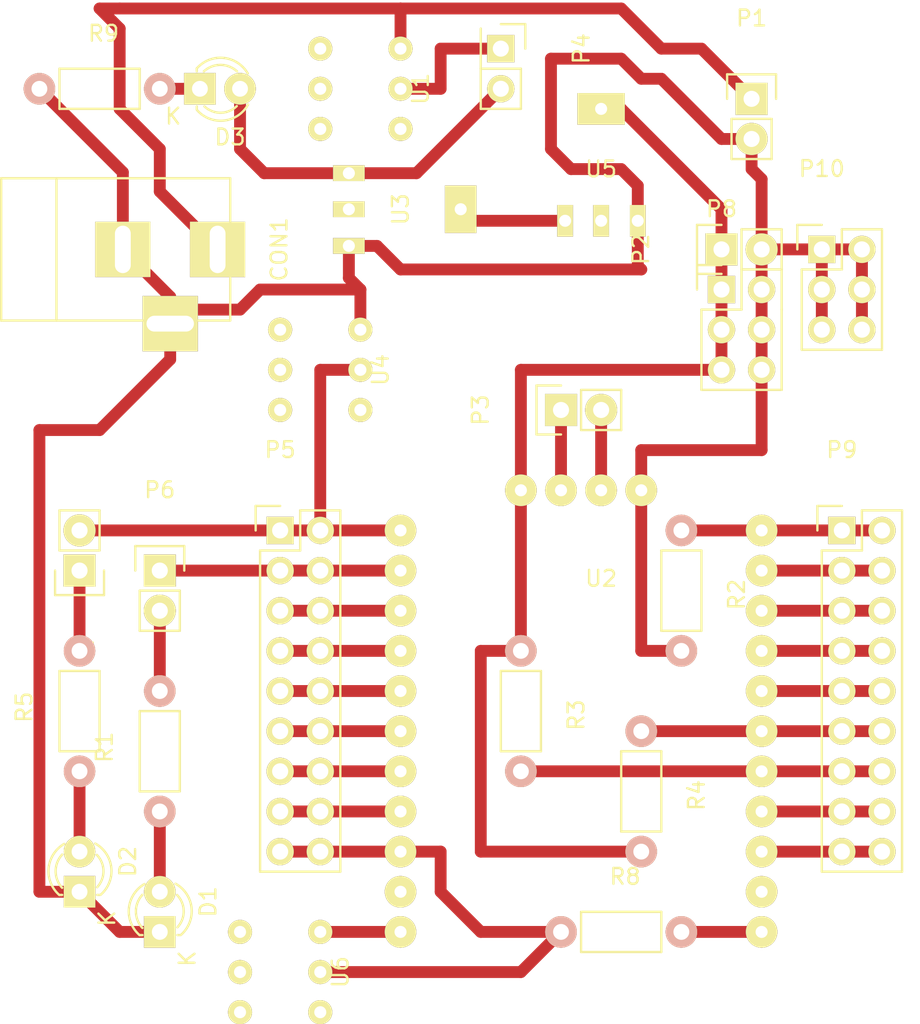
<source format=kicad_pcb>
(kicad_pcb (version 4) (host pcbnew 4.0.2+dfsg1-stable)

  (general
    (links 86)
    (no_connects 0)
    (area 0 0 0 0)
    (thickness 1.6)
    (drawings 0)
    (tracks 143)
    (zones 0)
    (modules 27)
    (nets 48)
  )

  (page A4)
  (layers
    (0 F.Cu signal)
    (31 B.Cu signal)
    (32 B.Adhes user)
    (33 F.Adhes user)
    (34 B.Paste user)
    (35 F.Paste user)
    (36 B.SilkS user)
    (37 F.SilkS user)
    (38 B.Mask user)
    (39 F.Mask user)
    (40 Dwgs.User user)
    (41 Cmts.User user)
    (42 Eco1.User user)
    (43 Eco2.User user)
    (44 Edge.Cuts user)
    (45 Margin user)
    (46 B.CrtYd user)
    (47 F.CrtYd user)
    (48 B.Fab user)
    (49 F.Fab user)
  )

  (setup
    (last_trace_width 0.75)
    (user_trace_width 0.5)
    (trace_clearance 0.2)
    (zone_clearance 0.508)
    (zone_45_only no)
    (trace_min 0.2)
    (segment_width 0.2)
    (edge_width 0.15)
    (via_size 0.6)
    (via_drill 0.4)
    (via_min_size 0.4)
    (via_min_drill 0.3)
    (uvia_size 0.3)
    (uvia_drill 0.1)
    (uvias_allowed no)
    (uvia_min_size 0.2)
    (uvia_min_drill 0.1)
    (pcb_text_width 0.3)
    (pcb_text_size 1.5 1.5)
    (mod_edge_width 0.15)
    (mod_text_size 1 1)
    (mod_text_width 0.15)
    (pad_size 3 2)
    (pad_drill 0.762)
    (pad_to_mask_clearance 0.2)
    (aux_axis_origin 0 0)
    (visible_elements FFFFFF7F)
    (pcbplotparams
      (layerselection 0x00000_00000001)
      (usegerberextensions false)
      (excludeedgelayer true)
      (linewidth 0.100000)
      (plotframeref false)
      (viasonmask false)
      (mode 1)
      (useauxorigin false)
      (hpglpennumber 1)
      (hpglpenspeed 20)
      (hpglpendiameter 15)
      (hpglpenoverlay 2)
      (psnegative false)
      (psa4output false)
      (plotreference true)
      (plotvalue true)
      (plotinvisibletext false)
      (padsonsilk false)
      (subtractmaskfromsilk false)
      (outputformat 1)
      (mirror false)
      (drillshape 0)
      (scaleselection 1)
      (outputdirectory ""))
  )

  (net 0 "")
  (net 1 "Net-(D1-Pad2)")
  (net 2 "Net-(P2-Pad1)")
  (net 3 "Net-(P3-Pad1)")
  (net 4 "Net-(P3-Pad2)")
  (net 5 "Net-(U2-Pad14)")
  (net 6 "Net-(U2-Pad17)")
  (net 7 "Net-(U4-Pad4)")
  (net 8 "Net-(U4-Pad5)")
  (net 9 "Net-(U4-Pad6)")
  (net 10 "Net-(D2-Pad2)")
  (net 11 "Net-(P5-Pad1)")
  (net 12 "Net-(P5-Pad3)")
  (net 13 "Net-(P5-Pad5)")
  (net 14 "Net-(P5-Pad7)")
  (net 15 "Net-(P6-Pad2)")
  (net 16 "Net-(P7-Pad1)")
  (net 17 "Net-(CON1-Pad1)")
  (net 18 "Net-(CON1-Pad2)")
  (net 19 "Net-(P9-Pad1)")
  (net 20 "Net-(P9-Pad3)")
  (net 21 "Net-(P9-Pad5)")
  (net 22 "Net-(P9-Pad7)")
  (net 23 "Net-(P9-Pad10)")
  (net 24 "Net-(P9-Pad11)")
  (net 25 "Net-(P9-Pad13)")
  (net 26 "Net-(P9-Pad15)")
  (net 27 "Net-(P9-Pad17)")
  (net 28 "Net-(R8-Pad2)")
  (net 29 "Net-(U1-Pad4)")
  (net 30 "Net-(U1-Pad5)")
  (net 31 "Net-(U1-Pad6)")
  (net 32 "Net-(P5-Pad10)")
  (net 33 "Net-(U6-Pad3)")
  (net 34 "Net-(U6-Pad4)")
  (net 35 "Net-(U6-Pad5)")
  (net 36 "Net-(U6-Pad6)")
  (net 37 "Net-(P5-Pad11)")
  (net 38 "Net-(P5-Pad13)")
  (net 39 "Net-(P5-Pad15)")
  (net 40 "Net-(P5-Pad17)")
  (net 41 "Net-(D3-Pad2)")
  (net 42 "Net-(D3-Pad1)")
  (net 43 "Net-(U1-Pad3)")
  (net 44 "Net-(U4-Pad3)")
  (net 45 "Net-(U2-Pad15)")
  (net 46 "Net-(P4-Pad1)")
  (net 47 "Net-(U3-Pad2)")

  (net_class Default "This is the default net class."
    (clearance 0.2)
    (trace_width 0.75)
    (via_dia 0.6)
    (via_drill 0.4)
    (uvia_dia 0.3)
    (uvia_drill 0.1)
    (add_net "Net-(CON1-Pad1)")
    (add_net "Net-(CON1-Pad2)")
    (add_net "Net-(D1-Pad2)")
    (add_net "Net-(D2-Pad2)")
    (add_net "Net-(D3-Pad1)")
    (add_net "Net-(D3-Pad2)")
    (add_net "Net-(P2-Pad1)")
    (add_net "Net-(P3-Pad1)")
    (add_net "Net-(P3-Pad2)")
    (add_net "Net-(P4-Pad1)")
    (add_net "Net-(P5-Pad1)")
    (add_net "Net-(P5-Pad10)")
    (add_net "Net-(P5-Pad11)")
    (add_net "Net-(P5-Pad13)")
    (add_net "Net-(P5-Pad15)")
    (add_net "Net-(P5-Pad17)")
    (add_net "Net-(P5-Pad3)")
    (add_net "Net-(P5-Pad5)")
    (add_net "Net-(P5-Pad7)")
    (add_net "Net-(P6-Pad2)")
    (add_net "Net-(P7-Pad1)")
    (add_net "Net-(P9-Pad1)")
    (add_net "Net-(P9-Pad10)")
    (add_net "Net-(P9-Pad11)")
    (add_net "Net-(P9-Pad13)")
    (add_net "Net-(P9-Pad15)")
    (add_net "Net-(P9-Pad17)")
    (add_net "Net-(P9-Pad3)")
    (add_net "Net-(P9-Pad5)")
    (add_net "Net-(P9-Pad7)")
    (add_net "Net-(R8-Pad2)")
    (add_net "Net-(U1-Pad3)")
    (add_net "Net-(U1-Pad4)")
    (add_net "Net-(U1-Pad5)")
    (add_net "Net-(U1-Pad6)")
    (add_net "Net-(U2-Pad14)")
    (add_net "Net-(U2-Pad15)")
    (add_net "Net-(U2-Pad17)")
    (add_net "Net-(U3-Pad2)")
    (add_net "Net-(U4-Pad3)")
    (add_net "Net-(U4-Pad4)")
    (add_net "Net-(U4-Pad5)")
    (add_net "Net-(U4-Pad6)")
    (add_net "Net-(U6-Pad3)")
    (add_net "Net-(U6-Pad4)")
    (add_net "Net-(U6-Pad5)")
    (add_net "Net-(U6-Pad6)")
  )

  (module LEDs:LED-3MM (layer F.Cu) (tedit 559B82F6) (tstamp 5756C977)
    (at 119.38 127 90)
    (descr "LED 3mm round vertical")
    (tags "LED  3mm round vertical")
    (path /571A86F8)
    (fp_text reference D1 (at 1.91 3.06 90) (layer F.SilkS)
      (effects (font (size 1 1) (thickness 0.15)))
    )
    (fp_text value LED (at 1.3 -2.9 90) (layer F.Fab)
      (effects (font (size 1 1) (thickness 0.15)))
    )
    (fp_line (start -1.2 2.3) (end 3.8 2.3) (layer F.CrtYd) (width 0.05))
    (fp_line (start 3.8 2.3) (end 3.8 -2.2) (layer F.CrtYd) (width 0.05))
    (fp_line (start 3.8 -2.2) (end -1.2 -2.2) (layer F.CrtYd) (width 0.05))
    (fp_line (start -1.2 -2.2) (end -1.2 2.3) (layer F.CrtYd) (width 0.05))
    (fp_line (start -0.199 1.314) (end -0.199 1.114) (layer F.SilkS) (width 0.15))
    (fp_line (start -0.199 -1.28) (end -0.199 -1.1) (layer F.SilkS) (width 0.15))
    (fp_arc (start 1.301 0.034) (end -0.199 -1.286) (angle 108.5) (layer F.SilkS) (width 0.15))
    (fp_arc (start 1.301 0.034) (end 0.25 -1.1) (angle 85.7) (layer F.SilkS) (width 0.15))
    (fp_arc (start 1.311 0.034) (end 3.051 0.994) (angle 110) (layer F.SilkS) (width 0.15))
    (fp_arc (start 1.301 0.034) (end 2.335 1.094) (angle 87.5) (layer F.SilkS) (width 0.15))
    (fp_text user K (at -1.69 1.74 90) (layer F.SilkS)
      (effects (font (size 1 1) (thickness 0.15)))
    )
    (pad 1 thru_hole rect (at 0 0 180) (size 2 2) (drill 1.00076) (layers *.Cu *.Mask F.SilkS)
      (net 18 "Net-(CON1-Pad2)"))
    (pad 2 thru_hole circle (at 2.54 0 90) (size 2 2) (drill 1.00076) (layers *.Cu *.Mask F.SilkS)
      (net 1 "Net-(D1-Pad2)"))
    (model LEDs.3dshapes/LED-3MM.wrl
      (at (xyz 0.05 0 0))
      (scale (xyz 1 1 1))
      (rotate (xyz 0 0 90))
    )
  )

  (module LEDs:LED-3MM (layer F.Cu) (tedit 559B82F6) (tstamp 5756C97D)
    (at 114.3 124.46 90)
    (descr "LED 3mm round vertical")
    (tags "LED  3mm round vertical")
    (path /5756C7F6)
    (fp_text reference D2 (at 1.91 3.06 90) (layer F.SilkS)
      (effects (font (size 1 1) (thickness 0.15)))
    )
    (fp_text value LED (at 1.3 -2.9 90) (layer F.Fab)
      (effects (font (size 1 1) (thickness 0.15)))
    )
    (fp_line (start -1.2 2.3) (end 3.8 2.3) (layer F.CrtYd) (width 0.05))
    (fp_line (start 3.8 2.3) (end 3.8 -2.2) (layer F.CrtYd) (width 0.05))
    (fp_line (start 3.8 -2.2) (end -1.2 -2.2) (layer F.CrtYd) (width 0.05))
    (fp_line (start -1.2 -2.2) (end -1.2 2.3) (layer F.CrtYd) (width 0.05))
    (fp_line (start -0.199 1.314) (end -0.199 1.114) (layer F.SilkS) (width 0.15))
    (fp_line (start -0.199 -1.28) (end -0.199 -1.1) (layer F.SilkS) (width 0.15))
    (fp_arc (start 1.301 0.034) (end -0.199 -1.286) (angle 108.5) (layer F.SilkS) (width 0.15))
    (fp_arc (start 1.301 0.034) (end 0.25 -1.1) (angle 85.7) (layer F.SilkS) (width 0.15))
    (fp_arc (start 1.311 0.034) (end 3.051 0.994) (angle 110) (layer F.SilkS) (width 0.15))
    (fp_arc (start 1.301 0.034) (end 2.335 1.094) (angle 87.5) (layer F.SilkS) (width 0.15))
    (fp_text user K (at -1.69 1.74 90) (layer F.SilkS)
      (effects (font (size 1 1) (thickness 0.15)))
    )
    (pad 1 thru_hole rect (at 0 0 180) (size 2 2) (drill 1.00076) (layers *.Cu *.Mask F.SilkS)
      (net 18 "Net-(CON1-Pad2)"))
    (pad 2 thru_hole circle (at 2.54 0 90) (size 2 2) (drill 1.00076) (layers *.Cu *.Mask F.SilkS)
      (net 10 "Net-(D2-Pad2)"))
    (model LEDs.3dshapes/LED-3MM.wrl
      (at (xyz 0.05 0 0))
      (scale (xyz 1 1 1))
      (rotate (xyz 0 0 90))
    )
  )

  (module Pin_Headers:Pin_Header_Straight_1x02 (layer F.Cu) (tedit 54EA090C) (tstamp 5756C989)
    (at 154.94 83.82 90)
    (descr "Through hole pin header")
    (tags "pin header")
    (path /571A7F11)
    (fp_text reference P2 (at 0 -5.1 90) (layer F.SilkS)
      (effects (font (size 1 1) (thickness 0.15)))
    )
    (fp_text value 3V3 (at 0 -3.1 90) (layer F.Fab)
      (effects (font (size 1 1) (thickness 0.15)))
    )
    (fp_line (start 1.27 1.27) (end 1.27 3.81) (layer F.SilkS) (width 0.15))
    (fp_line (start 1.55 -1.55) (end 1.55 0) (layer F.SilkS) (width 0.15))
    (fp_line (start -1.75 -1.75) (end -1.75 4.3) (layer F.CrtYd) (width 0.05))
    (fp_line (start 1.75 -1.75) (end 1.75 4.3) (layer F.CrtYd) (width 0.05))
    (fp_line (start -1.75 -1.75) (end 1.75 -1.75) (layer F.CrtYd) (width 0.05))
    (fp_line (start -1.75 4.3) (end 1.75 4.3) (layer F.CrtYd) (width 0.05))
    (fp_line (start 1.27 1.27) (end -1.27 1.27) (layer F.SilkS) (width 0.15))
    (fp_line (start -1.55 0) (end -1.55 -1.55) (layer F.SilkS) (width 0.15))
    (fp_line (start -1.55 -1.55) (end 1.55 -1.55) (layer F.SilkS) (width 0.15))
    (fp_line (start -1.27 1.27) (end -1.27 3.81) (layer F.SilkS) (width 0.15))
    (fp_line (start -1.27 3.81) (end 1.27 3.81) (layer F.SilkS) (width 0.15))
    (pad 1 thru_hole rect (at 0 0 90) (size 2.032 2.032) (drill 1.016) (layers *.Cu *.Mask F.SilkS)
      (net 2 "Net-(P2-Pad1)"))
    (pad 2 thru_hole oval (at 0 2.54 90) (size 2.032 2.032) (drill 1.016) (layers *.Cu *.Mask F.SilkS)
      (net 18 "Net-(CON1-Pad2)"))
    (model Pin_Headers.3dshapes/Pin_Header_Straight_1x02.wrl
      (at (xyz 0 -0.05 0))
      (scale (xyz 1 1 1))
      (rotate (xyz 0 0 90))
    )
  )

  (module Pin_Headers:Pin_Header_Straight_1x02 (layer F.Cu) (tedit 54EA090C) (tstamp 5756C98F)
    (at 144.78 93.98 90)
    (descr "Through hole pin header")
    (tags "pin header")
    (path /571A7F86)
    (fp_text reference P3 (at 0 -5.1 90) (layer F.SilkS)
      (effects (font (size 1 1) (thickness 0.15)))
    )
    (fp_text value RX/TX (at 0 -3.1 90) (layer F.Fab)
      (effects (font (size 1 1) (thickness 0.15)))
    )
    (fp_line (start 1.27 1.27) (end 1.27 3.81) (layer F.SilkS) (width 0.15))
    (fp_line (start 1.55 -1.55) (end 1.55 0) (layer F.SilkS) (width 0.15))
    (fp_line (start -1.75 -1.75) (end -1.75 4.3) (layer F.CrtYd) (width 0.05))
    (fp_line (start 1.75 -1.75) (end 1.75 4.3) (layer F.CrtYd) (width 0.05))
    (fp_line (start -1.75 -1.75) (end 1.75 -1.75) (layer F.CrtYd) (width 0.05))
    (fp_line (start -1.75 4.3) (end 1.75 4.3) (layer F.CrtYd) (width 0.05))
    (fp_line (start 1.27 1.27) (end -1.27 1.27) (layer F.SilkS) (width 0.15))
    (fp_line (start -1.55 0) (end -1.55 -1.55) (layer F.SilkS) (width 0.15))
    (fp_line (start -1.55 -1.55) (end 1.55 -1.55) (layer F.SilkS) (width 0.15))
    (fp_line (start -1.27 1.27) (end -1.27 3.81) (layer F.SilkS) (width 0.15))
    (fp_line (start -1.27 3.81) (end 1.27 3.81) (layer F.SilkS) (width 0.15))
    (pad 1 thru_hole rect (at 0 0 90) (size 2.032 2.032) (drill 1.016) (layers *.Cu *.Mask F.SilkS)
      (net 3 "Net-(P3-Pad1)"))
    (pad 2 thru_hole oval (at 0 2.54 90) (size 2.032 2.032) (drill 1.016) (layers *.Cu *.Mask F.SilkS)
      (net 4 "Net-(P3-Pad2)"))
    (model Pin_Headers.3dshapes/Pin_Header_Straight_1x02.wrl
      (at (xyz 0 -0.05 0))
      (scale (xyz 1 1 1))
      (rotate (xyz 0 0 90))
    )
  )

  (module Pin_Headers:Pin_Header_Straight_1x02 (layer F.Cu) (tedit 54EA090C) (tstamp 5756C9AF)
    (at 119.38 104.14)
    (descr "Through hole pin header")
    (tags "pin header")
    (path /5756CCE0)
    (fp_text reference P6 (at 0 -5.1) (layer F.SilkS)
      (effects (font (size 1 1) (thickness 0.15)))
    )
    (fp_text value CONN_01X02 (at 0 -3.1) (layer F.Fab)
      (effects (font (size 1 1) (thickness 0.15)))
    )
    (fp_line (start 1.27 1.27) (end 1.27 3.81) (layer F.SilkS) (width 0.15))
    (fp_line (start 1.55 -1.55) (end 1.55 0) (layer F.SilkS) (width 0.15))
    (fp_line (start -1.75 -1.75) (end -1.75 4.3) (layer F.CrtYd) (width 0.05))
    (fp_line (start 1.75 -1.75) (end 1.75 4.3) (layer F.CrtYd) (width 0.05))
    (fp_line (start -1.75 -1.75) (end 1.75 -1.75) (layer F.CrtYd) (width 0.05))
    (fp_line (start -1.75 4.3) (end 1.75 4.3) (layer F.CrtYd) (width 0.05))
    (fp_line (start 1.27 1.27) (end -1.27 1.27) (layer F.SilkS) (width 0.15))
    (fp_line (start -1.55 0) (end -1.55 -1.55) (layer F.SilkS) (width 0.15))
    (fp_line (start -1.55 -1.55) (end 1.55 -1.55) (layer F.SilkS) (width 0.15))
    (fp_line (start -1.27 1.27) (end -1.27 3.81) (layer F.SilkS) (width 0.15))
    (fp_line (start -1.27 3.81) (end 1.27 3.81) (layer F.SilkS) (width 0.15))
    (pad 1 thru_hole rect (at 0 0) (size 2.032 2.032) (drill 1.016) (layers *.Cu *.Mask F.SilkS)
      (net 12 "Net-(P5-Pad3)"))
    (pad 2 thru_hole oval (at 0 2.54) (size 2.032 2.032) (drill 1.016) (layers *.Cu *.Mask F.SilkS)
      (net 15 "Net-(P6-Pad2)"))
    (model Pin_Headers.3dshapes/Pin_Header_Straight_1x02.wrl
      (at (xyz 0 -0.05 0))
      (scale (xyz 1 1 1))
      (rotate (xyz 0 0 90))
    )
  )

  (module Pin_Headers:Pin_Header_Straight_1x02 (layer F.Cu) (tedit 54EA090C) (tstamp 5756C9B5)
    (at 114.3 104.14 180)
    (descr "Through hole pin header")
    (tags "pin header")
    (path /5756CA03)
    (fp_text reference P7 (at 0 -5.1 180) (layer F.SilkS)
      (effects (font (size 1 1) (thickness 0.15)))
    )
    (fp_text value CONN_01X02 (at 0 -3.1 180) (layer F.Fab)
      (effects (font (size 1 1) (thickness 0.15)))
    )
    (fp_line (start 1.27 1.27) (end 1.27 3.81) (layer F.SilkS) (width 0.15))
    (fp_line (start 1.55 -1.55) (end 1.55 0) (layer F.SilkS) (width 0.15))
    (fp_line (start -1.75 -1.75) (end -1.75 4.3) (layer F.CrtYd) (width 0.05))
    (fp_line (start 1.75 -1.75) (end 1.75 4.3) (layer F.CrtYd) (width 0.05))
    (fp_line (start -1.75 -1.75) (end 1.75 -1.75) (layer F.CrtYd) (width 0.05))
    (fp_line (start -1.75 4.3) (end 1.75 4.3) (layer F.CrtYd) (width 0.05))
    (fp_line (start 1.27 1.27) (end -1.27 1.27) (layer F.SilkS) (width 0.15))
    (fp_line (start -1.55 0) (end -1.55 -1.55) (layer F.SilkS) (width 0.15))
    (fp_line (start -1.55 -1.55) (end 1.55 -1.55) (layer F.SilkS) (width 0.15))
    (fp_line (start -1.27 1.27) (end -1.27 3.81) (layer F.SilkS) (width 0.15))
    (fp_line (start -1.27 3.81) (end 1.27 3.81) (layer F.SilkS) (width 0.15))
    (pad 1 thru_hole rect (at 0 0 180) (size 2.032 2.032) (drill 1.016) (layers *.Cu *.Mask F.SilkS)
      (net 16 "Net-(P7-Pad1)"))
    (pad 2 thru_hole oval (at 0 2.54 180) (size 2.032 2.032) (drill 1.016) (layers *.Cu *.Mask F.SilkS)
      (net 11 "Net-(P5-Pad1)"))
    (model Pin_Headers.3dshapes/Pin_Header_Straight_1x02.wrl
      (at (xyz 0 -0.05 0))
      (scale (xyz 1 1 1))
      (rotate (xyz 0 0 90))
    )
  )

  (module Pin_Headers:Pin_Header_Straight_2x03 (layer F.Cu) (tedit 54EA0A4B) (tstamp 5756C9BF)
    (at 154.94 86.36)
    (descr "Through hole pin header")
    (tags "pin header")
    (path /5756E6F2)
    (fp_text reference P8 (at 0 -5.1) (layer F.SilkS)
      (effects (font (size 1 1) (thickness 0.15)))
    )
    (fp_text value 3V3/GND (at 0 -3.1) (layer F.Fab)
      (effects (font (size 1 1) (thickness 0.15)))
    )
    (fp_line (start -1.27 1.27) (end -1.27 6.35) (layer F.SilkS) (width 0.15))
    (fp_line (start -1.55 -1.55) (end 0 -1.55) (layer F.SilkS) (width 0.15))
    (fp_line (start -1.75 -1.75) (end -1.75 6.85) (layer F.CrtYd) (width 0.05))
    (fp_line (start 4.3 -1.75) (end 4.3 6.85) (layer F.CrtYd) (width 0.05))
    (fp_line (start -1.75 -1.75) (end 4.3 -1.75) (layer F.CrtYd) (width 0.05))
    (fp_line (start -1.75 6.85) (end 4.3 6.85) (layer F.CrtYd) (width 0.05))
    (fp_line (start 1.27 -1.27) (end 1.27 1.27) (layer F.SilkS) (width 0.15))
    (fp_line (start 1.27 1.27) (end -1.27 1.27) (layer F.SilkS) (width 0.15))
    (fp_line (start -1.27 6.35) (end 3.81 6.35) (layer F.SilkS) (width 0.15))
    (fp_line (start 3.81 6.35) (end 3.81 1.27) (layer F.SilkS) (width 0.15))
    (fp_line (start -1.55 -1.55) (end -1.55 0) (layer F.SilkS) (width 0.15))
    (fp_line (start 3.81 -1.27) (end 1.27 -1.27) (layer F.SilkS) (width 0.15))
    (fp_line (start 3.81 1.27) (end 3.81 -1.27) (layer F.SilkS) (width 0.15))
    (pad 1 thru_hole rect (at 0 0) (size 1.7272 1.7272) (drill 1.016) (layers *.Cu *.Mask F.SilkS)
      (net 2 "Net-(P2-Pad1)"))
    (pad 2 thru_hole oval (at 2.54 0) (size 1.7272 1.7272) (drill 1.016) (layers *.Cu *.Mask F.SilkS)
      (net 18 "Net-(CON1-Pad2)"))
    (pad 3 thru_hole oval (at 0 2.54) (size 1.7272 1.7272) (drill 1.016) (layers *.Cu *.Mask F.SilkS)
      (net 2 "Net-(P2-Pad1)"))
    (pad 4 thru_hole oval (at 2.54 2.54) (size 1.7272 1.7272) (drill 1.016) (layers *.Cu *.Mask F.SilkS)
      (net 18 "Net-(CON1-Pad2)"))
    (pad 5 thru_hole oval (at 0 5.08) (size 1.7272 1.7272) (drill 1.016) (layers *.Cu *.Mask F.SilkS)
      (net 2 "Net-(P2-Pad1)"))
    (pad 6 thru_hole oval (at 2.54 5.08) (size 1.7272 1.7272) (drill 1.016) (layers *.Cu *.Mask F.SilkS)
      (net 18 "Net-(CON1-Pad2)"))
    (model Pin_Headers.3dshapes/Pin_Header_Straight_2x03.wrl
      (at (xyz 0.05 -0.1 0))
      (scale (xyz 1 1 1))
      (rotate (xyz 0 0 90))
    )
  )

  (module Resistors_ThroughHole:Resistor_Horizontal_RM7mm (layer F.Cu) (tedit 569FCF07) (tstamp 5756C9C5)
    (at 119.38 119.38 90)
    (descr "Resistor, Axial,  RM 7.62mm, 1/3W,")
    (tags "Resistor Axial RM 7.62mm 1/3W R3")
    (path /571A8628)
    (fp_text reference R1 (at 4.05892 -3.50012 90) (layer F.SilkS)
      (effects (font (size 1 1) (thickness 0.15)))
    )
    (fp_text value 1k (at 3.81 3.81 90) (layer F.Fab)
      (effects (font (size 1 1) (thickness 0.15)))
    )
    (fp_line (start -1.25 -1.5) (end 8.85 -1.5) (layer F.CrtYd) (width 0.05))
    (fp_line (start -1.25 1.5) (end -1.25 -1.5) (layer F.CrtYd) (width 0.05))
    (fp_line (start 8.85 -1.5) (end 8.85 1.5) (layer F.CrtYd) (width 0.05))
    (fp_line (start -1.25 1.5) (end 8.85 1.5) (layer F.CrtYd) (width 0.05))
    (fp_line (start 1.27 -1.27) (end 6.35 -1.27) (layer F.SilkS) (width 0.15))
    (fp_line (start 6.35 -1.27) (end 6.35 1.27) (layer F.SilkS) (width 0.15))
    (fp_line (start 6.35 1.27) (end 1.27 1.27) (layer F.SilkS) (width 0.15))
    (fp_line (start 1.27 1.27) (end 1.27 -1.27) (layer F.SilkS) (width 0.15))
    (pad 1 thru_hole circle (at 0 0 90) (size 1.99898 1.99898) (drill 1.00076) (layers *.Cu *.SilkS *.Mask)
      (net 1 "Net-(D1-Pad2)"))
    (pad 2 thru_hole circle (at 7.62 0 90) (size 1.99898 1.99898) (drill 1.00076) (layers *.Cu *.SilkS *.Mask)
      (net 15 "Net-(P6-Pad2)"))
  )

  (module Resistors_ThroughHole:Resistor_Horizontal_RM7mm (layer F.Cu) (tedit 569FCF07) (tstamp 5756C9CB)
    (at 152.4 101.6 270)
    (descr "Resistor, Axial,  RM 7.62mm, 1/3W,")
    (tags "Resistor Axial RM 7.62mm 1/3W R3")
    (path /571A85F0)
    (fp_text reference R2 (at 4.05892 -3.50012 270) (layer F.SilkS)
      (effects (font (size 1 1) (thickness 0.15)))
    )
    (fp_text value 10k (at 3.81 3.81 270) (layer F.Fab)
      (effects (font (size 1 1) (thickness 0.15)))
    )
    (fp_line (start -1.25 -1.5) (end 8.85 -1.5) (layer F.CrtYd) (width 0.05))
    (fp_line (start -1.25 1.5) (end -1.25 -1.5) (layer F.CrtYd) (width 0.05))
    (fp_line (start 8.85 -1.5) (end 8.85 1.5) (layer F.CrtYd) (width 0.05))
    (fp_line (start -1.25 1.5) (end 8.85 1.5) (layer F.CrtYd) (width 0.05))
    (fp_line (start 1.27 -1.27) (end 6.35 -1.27) (layer F.SilkS) (width 0.15))
    (fp_line (start 6.35 -1.27) (end 6.35 1.27) (layer F.SilkS) (width 0.15))
    (fp_line (start 6.35 1.27) (end 1.27 1.27) (layer F.SilkS) (width 0.15))
    (fp_line (start 1.27 1.27) (end 1.27 -1.27) (layer F.SilkS) (width 0.15))
    (pad 1 thru_hole circle (at 0 0 270) (size 1.99898 1.99898) (drill 1.00076) (layers *.Cu *.SilkS *.Mask)
      (net 19 "Net-(P9-Pad1)"))
    (pad 2 thru_hole circle (at 7.62 0 270) (size 1.99898 1.99898) (drill 1.00076) (layers *.Cu *.SilkS *.Mask)
      (net 18 "Net-(CON1-Pad2)"))
  )

  (module Resistors_ThroughHole:Resistor_Horizontal_RM7mm (layer F.Cu) (tedit 569FCF07) (tstamp 5756C9D1)
    (at 142.24 109.22 270)
    (descr "Resistor, Axial,  RM 7.62mm, 1/3W,")
    (tags "Resistor Axial RM 7.62mm 1/3W R3")
    (path /571A8389)
    (fp_text reference R3 (at 4.05892 -3.50012 270) (layer F.SilkS)
      (effects (font (size 1 1) (thickness 0.15)))
    )
    (fp_text value 10k (at 3.81 3.81 270) (layer F.Fab)
      (effects (font (size 1 1) (thickness 0.15)))
    )
    (fp_line (start -1.25 -1.5) (end 8.85 -1.5) (layer F.CrtYd) (width 0.05))
    (fp_line (start -1.25 1.5) (end -1.25 -1.5) (layer F.CrtYd) (width 0.05))
    (fp_line (start 8.85 -1.5) (end 8.85 1.5) (layer F.CrtYd) (width 0.05))
    (fp_line (start -1.25 1.5) (end 8.85 1.5) (layer F.CrtYd) (width 0.05))
    (fp_line (start 1.27 -1.27) (end 6.35 -1.27) (layer F.SilkS) (width 0.15))
    (fp_line (start 6.35 -1.27) (end 6.35 1.27) (layer F.SilkS) (width 0.15))
    (fp_line (start 6.35 1.27) (end 1.27 1.27) (layer F.SilkS) (width 0.15))
    (fp_line (start 1.27 1.27) (end 1.27 -1.27) (layer F.SilkS) (width 0.15))
    (pad 1 thru_hole circle (at 0 0 270) (size 1.99898 1.99898) (drill 1.00076) (layers *.Cu *.SilkS *.Mask)
      (net 2 "Net-(P2-Pad1)"))
    (pad 2 thru_hole circle (at 7.62 0 270) (size 1.99898 1.99898) (drill 1.00076) (layers *.Cu *.SilkS *.Mask)
      (net 25 "Net-(P9-Pad13)"))
  )

  (module Resistors_ThroughHole:Resistor_Horizontal_RM7mm (layer F.Cu) (tedit 569FCF07) (tstamp 5756C9D7)
    (at 149.86 114.3 270)
    (descr "Resistor, Axial,  RM 7.62mm, 1/3W,")
    (tags "Resistor Axial RM 7.62mm 1/3W R3")
    (path /571A84A6)
    (fp_text reference R4 (at 4.05892 -3.50012 270) (layer F.SilkS)
      (effects (font (size 1 1) (thickness 0.15)))
    )
    (fp_text value 10k (at 3.81 3.81 270) (layer F.Fab)
      (effects (font (size 1 1) (thickness 0.15)))
    )
    (fp_line (start -1.25 -1.5) (end 8.85 -1.5) (layer F.CrtYd) (width 0.05))
    (fp_line (start -1.25 1.5) (end -1.25 -1.5) (layer F.CrtYd) (width 0.05))
    (fp_line (start 8.85 -1.5) (end 8.85 1.5) (layer F.CrtYd) (width 0.05))
    (fp_line (start -1.25 1.5) (end 8.85 1.5) (layer F.CrtYd) (width 0.05))
    (fp_line (start 1.27 -1.27) (end 6.35 -1.27) (layer F.SilkS) (width 0.15))
    (fp_line (start 6.35 -1.27) (end 6.35 1.27) (layer F.SilkS) (width 0.15))
    (fp_line (start 6.35 1.27) (end 1.27 1.27) (layer F.SilkS) (width 0.15))
    (fp_line (start 1.27 1.27) (end 1.27 -1.27) (layer F.SilkS) (width 0.15))
    (pad 1 thru_hole circle (at 0 0 270) (size 1.99898 1.99898) (drill 1.00076) (layers *.Cu *.SilkS *.Mask)
      (net 24 "Net-(P9-Pad11)"))
    (pad 2 thru_hole circle (at 7.62 0 270) (size 1.99898 1.99898) (drill 1.00076) (layers *.Cu *.SilkS *.Mask)
      (net 2 "Net-(P2-Pad1)"))
  )

  (module Resistors_ThroughHole:Resistor_Horizontal_RM7mm (layer F.Cu) (tedit 569FCF07) (tstamp 5756C9DD)
    (at 114.3 116.84 90)
    (descr "Resistor, Axial,  RM 7.62mm, 1/3W,")
    (tags "Resistor Axial RM 7.62mm 1/3W R3")
    (path /5756C7B3)
    (fp_text reference R5 (at 4.05892 -3.50012 90) (layer F.SilkS)
      (effects (font (size 1 1) (thickness 0.15)))
    )
    (fp_text value 1k (at 3.81 3.81 90) (layer F.Fab)
      (effects (font (size 1 1) (thickness 0.15)))
    )
    (fp_line (start -1.25 -1.5) (end 8.85 -1.5) (layer F.CrtYd) (width 0.05))
    (fp_line (start -1.25 1.5) (end -1.25 -1.5) (layer F.CrtYd) (width 0.05))
    (fp_line (start 8.85 -1.5) (end 8.85 1.5) (layer F.CrtYd) (width 0.05))
    (fp_line (start -1.25 1.5) (end 8.85 1.5) (layer F.CrtYd) (width 0.05))
    (fp_line (start 1.27 -1.27) (end 6.35 -1.27) (layer F.SilkS) (width 0.15))
    (fp_line (start 6.35 -1.27) (end 6.35 1.27) (layer F.SilkS) (width 0.15))
    (fp_line (start 6.35 1.27) (end 1.27 1.27) (layer F.SilkS) (width 0.15))
    (fp_line (start 1.27 1.27) (end 1.27 -1.27) (layer F.SilkS) (width 0.15))
    (pad 1 thru_hole circle (at 0 0 90) (size 1.99898 1.99898) (drill 1.00076) (layers *.Cu *.SilkS *.Mask)
      (net 10 "Net-(D2-Pad2)"))
    (pad 2 thru_hole circle (at 7.62 0 90) (size 1.99898 1.99898) (drill 1.00076) (layers *.Cu *.SilkS *.Mask)
      (net 16 "Net-(P7-Pad1)"))
  )

  (module bugs:ESP201 (layer F.Cu) (tedit 5727C3F6) (tstamp 5756CA02)
    (at 147.32 104.14)
    (path /571A7E1E)
    (fp_text reference U2 (at 0 0.5) (layer F.SilkS)
      (effects (font (size 1 1) (thickness 0.15)))
    )
    (fp_text value ESP-201 (at 0 -0.5) (layer F.Fab)
      (effects (font (size 1 1) (thickness 0.15)))
    )
    (pad 1 thru_hole circle (at -5.08 -5.08) (size 2 2) (drill 0.762) (layers *.Cu *.Mask F.SilkS)
      (net 2 "Net-(P2-Pad1)"))
    (pad 2 thru_hole circle (at -2.54 -5.08) (size 2 2) (drill 0.762) (layers *.Cu *.Mask F.SilkS)
      (net 3 "Net-(P3-Pad1)"))
    (pad 3 thru_hole circle (at 0 -5.08) (size 2 2) (drill 0.762) (layers *.Cu *.Mask F.SilkS)
      (net 4 "Net-(P3-Pad2)"))
    (pad 4 thru_hole circle (at 2.54 -5.08) (size 2 2) (drill 0.762) (layers *.Cu *.Mask F.SilkS)
      (net 18 "Net-(CON1-Pad2)"))
    (pad 5 thru_hole circle (at -12.7 -2.54) (size 2 2) (drill 0.762) (layers *.Cu *.Mask F.SilkS)
      (net 11 "Net-(P5-Pad1)"))
    (pad 6 thru_hole circle (at -12.7 0) (size 2 2) (drill 0.762) (layers *.Cu *.Mask F.SilkS)
      (net 12 "Net-(P5-Pad3)"))
    (pad 7 thru_hole circle (at -12.7 2.54) (size 2 2) (drill 0.762) (layers *.Cu *.Mask F.SilkS)
      (net 13 "Net-(P5-Pad5)"))
    (pad 8 thru_hole circle (at -12.7 5.08) (size 2 2) (drill 0.762) (layers *.Cu *.Mask F.SilkS)
      (net 14 "Net-(P5-Pad7)"))
    (pad 9 thru_hole circle (at -12.7 7.62) (size 2 2) (drill 0.762) (layers *.Cu *.Mask F.SilkS)
      (net 32 "Net-(P5-Pad10)"))
    (pad 10 thru_hole circle (at -12.7 10.16) (size 2 2) (drill 0.762) (layers *.Cu *.Mask F.SilkS)
      (net 37 "Net-(P5-Pad11)"))
    (pad 11 thru_hole circle (at -12.7 12.7) (size 2 2) (drill 0.762) (layers *.Cu *.Mask F.SilkS)
      (net 38 "Net-(P5-Pad13)"))
    (pad 12 thru_hole circle (at -12.7 15.24) (size 2 2) (drill 0.762) (layers *.Cu *.Mask F.SilkS)
      (net 39 "Net-(P5-Pad15)"))
    (pad 13 thru_hole circle (at -12.7 17.78) (size 2 2) (drill 0.762) (layers *.Cu *.Mask F.SilkS)
      (net 40 "Net-(P5-Pad17)"))
    (pad 14 thru_hole circle (at -12.7 20.32) (size 2 2) (drill 0.762) (layers *.Cu *.Mask F.SilkS)
      (net 5 "Net-(U2-Pad14)"))
    (pad 15 thru_hole circle (at -12.7 22.86) (size 2 2) (drill 0.762) (layers *.Cu *.Mask F.SilkS)
      (net 45 "Net-(U2-Pad15)"))
    (pad 16 thru_hole circle (at 10.16 22.86) (size 2 2) (drill 0.762) (layers *.Cu *.Mask F.SilkS)
      (net 28 "Net-(R8-Pad2)"))
    (pad 17 thru_hole circle (at 10.16 20.32) (size 2 2) (drill 0.762) (layers *.Cu *.Mask F.SilkS)
      (net 6 "Net-(U2-Pad17)"))
    (pad 18 thru_hole circle (at 10.16 17.78) (size 2 2) (drill 0.762) (layers *.Cu *.Mask F.SilkS)
      (net 27 "Net-(P9-Pad17)"))
    (pad 19 thru_hole circle (at 10.16 15.24) (size 2 2) (drill 0.762) (layers *.Cu *.Mask F.SilkS)
      (net 26 "Net-(P9-Pad15)"))
    (pad 20 thru_hole circle (at 10.16 12.7) (size 2 2) (drill 0.762) (layers *.Cu *.Mask F.SilkS)
      (net 25 "Net-(P9-Pad13)"))
    (pad 21 thru_hole circle (at 10.16 10.16) (size 2 2) (drill 0.762) (layers *.Cu *.Mask F.SilkS)
      (net 24 "Net-(P9-Pad11)"))
    (pad 22 thru_hole circle (at 10.16 7.62) (size 2 2) (drill 0.762) (layers *.Cu *.Mask F.SilkS)
      (net 23 "Net-(P9-Pad10)"))
    (pad 23 thru_hole circle (at 10.16 5.08) (size 2 2) (drill 0.762) (layers *.Cu *.Mask F.SilkS)
      (net 22 "Net-(P9-Pad7)"))
    (pad 24 thru_hole circle (at 10.16 2.54) (size 2 2) (drill 0.762) (layers *.Cu *.Mask F.SilkS)
      (net 21 "Net-(P9-Pad5)"))
    (pad 25 thru_hole circle (at 10.16 0) (size 2 2) (drill 0.762) (layers *.Cu *.Mask F.SilkS)
      (net 20 "Net-(P9-Pad3)"))
    (pad 26 thru_hole circle (at 10.16 -2.54) (size 2 2) (drill 0.762) (layers *.Cu *.Mask F.SilkS)
      (net 19 "Net-(P9-Pad1)"))
  )

  (module bugs:button (layer F.Cu) (tedit 573994E4) (tstamp 5756CA0C)
    (at 129.54 91.44 270)
    (path /5756CFB2)
    (fp_text reference U4 (at 0 -3.81 270) (layer F.SilkS)
      (effects (font (size 1 1) (thickness 0.15)))
    )
    (fp_text value button (at 0 -0.5 270) (layer F.Fab)
      (effects (font (size 1 1) (thickness 0.15)))
    )
    (pad 1 thru_hole circle (at -2.54 -2.54 270) (size 1.524 1.524) (drill 0.762) (layers *.Cu *.Mask F.SilkS)
      (net 18 "Net-(CON1-Pad2)"))
    (pad 2 thru_hole circle (at 0 -2.54 270) (size 1.524 1.524) (drill 0.762) (layers *.Cu *.Mask F.SilkS)
      (net 11 "Net-(P5-Pad1)"))
    (pad 3 thru_hole circle (at 2.54 -2.54 270) (size 1.524 1.524) (drill 0.762) (layers *.Cu *.Mask F.SilkS)
      (net 44 "Net-(U4-Pad3)"))
    (pad 4 thru_hole circle (at -2.54 2.54 270) (size 1.524 1.524) (drill 0.762) (layers *.Cu *.Mask F.SilkS)
      (net 7 "Net-(U4-Pad4)"))
    (pad 5 thru_hole circle (at 0 2.54 270) (size 1.524 1.524) (drill 0.762) (layers *.Cu *.Mask F.SilkS)
      (net 8 "Net-(U4-Pad5)"))
    (pad 6 thru_hole circle (at 2.54 2.54 270) (size 1.524 1.524) (drill 0.762) (layers *.Cu *.Mask F.SilkS)
      (net 9 "Net-(U4-Pad6)"))
  )

  (module Connect:BARREL_JACK (layer F.Cu) (tedit 0) (tstamp 57DD7822)
    (at 116.84 83.82)
    (descr "DC Barrel Jack")
    (tags "Power Jack")
    (path /57DBCD0F)
    (fp_text reference CON1 (at 10.09904 0 90) (layer F.SilkS)
      (effects (font (size 1 1) (thickness 0.15)))
    )
    (fp_text value BARREL_JACK (at 0 -5.99948) (layer F.Fab)
      (effects (font (size 1 1) (thickness 0.15)))
    )
    (fp_line (start -4.0005 -4.50088) (end -4.0005 4.50088) (layer F.SilkS) (width 0.15))
    (fp_line (start -7.50062 -4.50088) (end -7.50062 4.50088) (layer F.SilkS) (width 0.15))
    (fp_line (start -7.50062 4.50088) (end 7.00024 4.50088) (layer F.SilkS) (width 0.15))
    (fp_line (start 7.00024 4.50088) (end 7.00024 -4.50088) (layer F.SilkS) (width 0.15))
    (fp_line (start 7.00024 -4.50088) (end -7.50062 -4.50088) (layer F.SilkS) (width 0.15))
    (pad 1 thru_hole rect (at 6.20014 0) (size 3.50012 3.50012) (drill oval 1.00076 2.99974) (layers *.Cu *.Mask F.SilkS)
      (net 17 "Net-(CON1-Pad1)"))
    (pad 2 thru_hole rect (at 0.20066 0) (size 3.50012 3.50012) (drill oval 1.00076 2.99974) (layers *.Cu *.Mask F.SilkS)
      (net 18 "Net-(CON1-Pad2)"))
    (pad 3 thru_hole rect (at 3.2004 4.699) (size 3.50012 3.50012) (drill oval 2.99974 1.00076) (layers *.Cu *.Mask F.SilkS)
      (net 18 "Net-(CON1-Pad2)"))
  )

  (module LEDs:LED-3MM (layer F.Cu) (tedit 559B82F6) (tstamp 57DD7833)
    (at 121.92 73.66)
    (descr "LED 3mm round vertical")
    (tags "LED  3mm round vertical")
    (path /57DBD831)
    (fp_text reference D3 (at 1.91 3.06) (layer F.SilkS)
      (effects (font (size 1 1) (thickness 0.15)))
    )
    (fp_text value LED (at 1.3 -2.9) (layer F.Fab)
      (effects (font (size 1 1) (thickness 0.15)))
    )
    (fp_line (start -1.2 2.3) (end 3.8 2.3) (layer F.CrtYd) (width 0.05))
    (fp_line (start 3.8 2.3) (end 3.8 -2.2) (layer F.CrtYd) (width 0.05))
    (fp_line (start 3.8 -2.2) (end -1.2 -2.2) (layer F.CrtYd) (width 0.05))
    (fp_line (start -1.2 -2.2) (end -1.2 2.3) (layer F.CrtYd) (width 0.05))
    (fp_line (start -0.199 1.314) (end -0.199 1.114) (layer F.SilkS) (width 0.15))
    (fp_line (start -0.199 -1.28) (end -0.199 -1.1) (layer F.SilkS) (width 0.15))
    (fp_arc (start 1.301 0.034) (end -0.199 -1.286) (angle 108.5) (layer F.SilkS) (width 0.15))
    (fp_arc (start 1.301 0.034) (end 0.25 -1.1) (angle 85.7) (layer F.SilkS) (width 0.15))
    (fp_arc (start 1.311 0.034) (end 3.051 0.994) (angle 110) (layer F.SilkS) (width 0.15))
    (fp_arc (start 1.301 0.034) (end 2.335 1.094) (angle 87.5) (layer F.SilkS) (width 0.15))
    (fp_text user K (at -1.69 1.74) (layer F.SilkS)
      (effects (font (size 1 1) (thickness 0.15)))
    )
    (pad 1 thru_hole rect (at 0 0 90) (size 2 2) (drill 1.00076) (layers *.Cu *.Mask F.SilkS)
      (net 42 "Net-(D3-Pad1)"))
    (pad 2 thru_hole circle (at 2.54 0) (size 2 2) (drill 1.00076) (layers *.Cu *.Mask F.SilkS)
      (net 41 "Net-(D3-Pad2)"))
    (model LEDs.3dshapes/LED-3MM.wrl
      (at (xyz 0.05 0 0))
      (scale (xyz 1 1 1))
      (rotate (xyz 0 0 90))
    )
  )

  (module Pin_Headers:Pin_Header_Straight_1x02 (layer F.Cu) (tedit 54EA090C) (tstamp 57DD7844)
    (at 156.845 74.295)
    (descr "Through hole pin header")
    (tags "pin header")
    (path /57DBE0CA)
    (fp_text reference P1 (at 0 -5.1) (layer F.SilkS)
      (effects (font (size 1 1) (thickness 0.15)))
    )
    (fp_text value CONN_01X02 (at 0 -3.1) (layer F.Fab)
      (effects (font (size 1 1) (thickness 0.15)))
    )
    (fp_line (start 1.27 1.27) (end 1.27 3.81) (layer F.SilkS) (width 0.15))
    (fp_line (start 1.55 -1.55) (end 1.55 0) (layer F.SilkS) (width 0.15))
    (fp_line (start -1.75 -1.75) (end -1.75 4.3) (layer F.CrtYd) (width 0.05))
    (fp_line (start 1.75 -1.75) (end 1.75 4.3) (layer F.CrtYd) (width 0.05))
    (fp_line (start -1.75 -1.75) (end 1.75 -1.75) (layer F.CrtYd) (width 0.05))
    (fp_line (start -1.75 4.3) (end 1.75 4.3) (layer F.CrtYd) (width 0.05))
    (fp_line (start 1.27 1.27) (end -1.27 1.27) (layer F.SilkS) (width 0.15))
    (fp_line (start -1.55 0) (end -1.55 -1.55) (layer F.SilkS) (width 0.15))
    (fp_line (start -1.55 -1.55) (end 1.55 -1.55) (layer F.SilkS) (width 0.15))
    (fp_line (start -1.27 1.27) (end -1.27 3.81) (layer F.SilkS) (width 0.15))
    (fp_line (start -1.27 3.81) (end 1.27 3.81) (layer F.SilkS) (width 0.15))
    (pad 1 thru_hole rect (at 0 0) (size 2.032 2.032) (drill 1.016) (layers *.Cu *.Mask F.SilkS)
      (net 17 "Net-(CON1-Pad1)"))
    (pad 2 thru_hole oval (at 0 2.54) (size 2.032 2.032) (drill 1.016) (layers *.Cu *.Mask F.SilkS)
      (net 18 "Net-(CON1-Pad2)"))
    (model Pin_Headers.3dshapes/Pin_Header_Straight_1x02.wrl
      (at (xyz 0 -0.05 0))
      (scale (xyz 1 1 1))
      (rotate (xyz 0 0 90))
    )
  )

  (module Pin_Headers:Pin_Header_Straight_2x09 (layer F.Cu) (tedit 0) (tstamp 57DD7866)
    (at 162.56 101.6)
    (descr "Through hole pin header")
    (tags "pin header")
    (path /57DBF5C3)
    (fp_text reference P9 (at 0 -5.1) (layer F.SilkS)
      (effects (font (size 1 1) (thickness 0.15)))
    )
    (fp_text value CONN_02X09 (at 0 -3.1) (layer F.Fab)
      (effects (font (size 1 1) (thickness 0.15)))
    )
    (fp_line (start -1.75 -1.75) (end -1.75 22.1) (layer F.CrtYd) (width 0.05))
    (fp_line (start 4.3 -1.75) (end 4.3 22.1) (layer F.CrtYd) (width 0.05))
    (fp_line (start -1.75 -1.75) (end 4.3 -1.75) (layer F.CrtYd) (width 0.05))
    (fp_line (start -1.75 22.1) (end 4.3 22.1) (layer F.CrtYd) (width 0.05))
    (fp_line (start 3.81 21.59) (end 3.81 -1.27) (layer F.SilkS) (width 0.15))
    (fp_line (start -1.27 1.27) (end -1.27 21.59) (layer F.SilkS) (width 0.15))
    (fp_line (start 3.81 21.59) (end -1.27 21.59) (layer F.SilkS) (width 0.15))
    (fp_line (start 3.81 -1.27) (end 1.27 -1.27) (layer F.SilkS) (width 0.15))
    (fp_line (start 0 -1.55) (end -1.55 -1.55) (layer F.SilkS) (width 0.15))
    (fp_line (start 1.27 -1.27) (end 1.27 1.27) (layer F.SilkS) (width 0.15))
    (fp_line (start 1.27 1.27) (end -1.27 1.27) (layer F.SilkS) (width 0.15))
    (fp_line (start -1.55 -1.55) (end -1.55 0) (layer F.SilkS) (width 0.15))
    (pad 1 thru_hole rect (at 0 0) (size 1.7272 1.7272) (drill 1.016) (layers *.Cu *.Mask F.SilkS)
      (net 19 "Net-(P9-Pad1)"))
    (pad 2 thru_hole oval (at 2.54 0) (size 1.7272 1.7272) (drill 1.016) (layers *.Cu *.Mask F.SilkS)
      (net 19 "Net-(P9-Pad1)"))
    (pad 3 thru_hole oval (at 0 2.54) (size 1.7272 1.7272) (drill 1.016) (layers *.Cu *.Mask F.SilkS)
      (net 20 "Net-(P9-Pad3)"))
    (pad 4 thru_hole oval (at 2.54 2.54) (size 1.7272 1.7272) (drill 1.016) (layers *.Cu *.Mask F.SilkS)
      (net 20 "Net-(P9-Pad3)"))
    (pad 5 thru_hole oval (at 0 5.08) (size 1.7272 1.7272) (drill 1.016) (layers *.Cu *.Mask F.SilkS)
      (net 21 "Net-(P9-Pad5)"))
    (pad 6 thru_hole oval (at 2.54 5.08) (size 1.7272 1.7272) (drill 1.016) (layers *.Cu *.Mask F.SilkS)
      (net 21 "Net-(P9-Pad5)"))
    (pad 7 thru_hole oval (at 0 7.62) (size 1.7272 1.7272) (drill 1.016) (layers *.Cu *.Mask F.SilkS)
      (net 22 "Net-(P9-Pad7)"))
    (pad 8 thru_hole oval (at 2.54 7.62) (size 1.7272 1.7272) (drill 1.016) (layers *.Cu *.Mask F.SilkS)
      (net 22 "Net-(P9-Pad7)"))
    (pad 9 thru_hole oval (at 0 10.16) (size 1.7272 1.7272) (drill 1.016) (layers *.Cu *.Mask F.SilkS)
      (net 23 "Net-(P9-Pad10)"))
    (pad 10 thru_hole oval (at 2.54 10.16) (size 1.7272 1.7272) (drill 1.016) (layers *.Cu *.Mask F.SilkS)
      (net 23 "Net-(P9-Pad10)"))
    (pad 11 thru_hole oval (at 0 12.7) (size 1.7272 1.7272) (drill 1.016) (layers *.Cu *.Mask F.SilkS)
      (net 24 "Net-(P9-Pad11)"))
    (pad 12 thru_hole oval (at 2.54 12.7) (size 1.7272 1.7272) (drill 1.016) (layers *.Cu *.Mask F.SilkS)
      (net 24 "Net-(P9-Pad11)"))
    (pad 13 thru_hole oval (at 0 15.24) (size 1.7272 1.7272) (drill 1.016) (layers *.Cu *.Mask F.SilkS)
      (net 25 "Net-(P9-Pad13)"))
    (pad 14 thru_hole oval (at 2.54 15.24) (size 1.7272 1.7272) (drill 1.016) (layers *.Cu *.Mask F.SilkS)
      (net 25 "Net-(P9-Pad13)"))
    (pad 15 thru_hole oval (at 0 17.78) (size 1.7272 1.7272) (drill 1.016) (layers *.Cu *.Mask F.SilkS)
      (net 26 "Net-(P9-Pad15)"))
    (pad 16 thru_hole oval (at 2.54 17.78) (size 1.7272 1.7272) (drill 1.016) (layers *.Cu *.Mask F.SilkS)
      (net 26 "Net-(P9-Pad15)"))
    (pad 17 thru_hole oval (at 0 20.32) (size 1.7272 1.7272) (drill 1.016) (layers *.Cu *.Mask F.SilkS)
      (net 27 "Net-(P9-Pad17)"))
    (pad 18 thru_hole oval (at 2.54 20.32) (size 1.7272 1.7272) (drill 1.016) (layers *.Cu *.Mask F.SilkS)
      (net 27 "Net-(P9-Pad17)"))
    (model Pin_Headers.3dshapes/Pin_Header_Straight_2x09.wrl
      (at (xyz 0.05 -0.4 0))
      (scale (xyz 1 1 1))
      (rotate (xyz 0 0 90))
    )
  )

  (module Resistors_ThroughHole:Resistor_Horizontal_RM7mm (layer F.Cu) (tedit 569FCF07) (tstamp 57DD788E)
    (at 144.78 127)
    (descr "Resistor, Axial,  RM 7.62mm, 1/3W,")
    (tags "Resistor Axial RM 7.62mm 1/3W R3")
    (path /57DC02FF)
    (fp_text reference R8 (at 4.05892 -3.50012) (layer F.SilkS)
      (effects (font (size 1 1) (thickness 0.15)))
    )
    (fp_text value 10k (at 3.81 3.81) (layer F.Fab)
      (effects (font (size 1 1) (thickness 0.15)))
    )
    (fp_line (start -1.25 -1.5) (end 8.85 -1.5) (layer F.CrtYd) (width 0.05))
    (fp_line (start -1.25 1.5) (end -1.25 -1.5) (layer F.CrtYd) (width 0.05))
    (fp_line (start 8.85 -1.5) (end 8.85 1.5) (layer F.CrtYd) (width 0.05))
    (fp_line (start -1.25 1.5) (end 8.85 1.5) (layer F.CrtYd) (width 0.05))
    (fp_line (start 1.27 -1.27) (end 6.35 -1.27) (layer F.SilkS) (width 0.15))
    (fp_line (start 6.35 -1.27) (end 6.35 1.27) (layer F.SilkS) (width 0.15))
    (fp_line (start 6.35 1.27) (end 1.27 1.27) (layer F.SilkS) (width 0.15))
    (fp_line (start 1.27 1.27) (end 1.27 -1.27) (layer F.SilkS) (width 0.15))
    (pad 1 thru_hole circle (at 0 0) (size 1.99898 1.99898) (drill 1.00076) (layers *.Cu *.SilkS *.Mask)
      (net 40 "Net-(P5-Pad17)"))
    (pad 2 thru_hole circle (at 7.62 0) (size 1.99898 1.99898) (drill 1.00076) (layers *.Cu *.SilkS *.Mask)
      (net 28 "Net-(R8-Pad2)"))
  )

  (module bugs:button (layer F.Cu) (tedit 573994E4) (tstamp 57DD7898)
    (at 132.08 73.66 270)
    (path /57DBCD10)
    (fp_text reference U1 (at 0 -3.81 270) (layer F.SilkS)
      (effects (font (size 1 1) (thickness 0.15)))
    )
    (fp_text value BUTTON (at 0 -0.5 270) (layer F.Fab)
      (effects (font (size 1 1) (thickness 0.15)))
    )
    (pad 1 thru_hole circle (at -2.54 -2.54 270) (size 1.524 1.524) (drill 0.762) (layers *.Cu *.Mask F.SilkS)
      (net 17 "Net-(CON1-Pad1)"))
    (pad 2 thru_hole circle (at 0 -2.54 270) (size 1.524 1.524) (drill 0.762) (layers *.Cu *.Mask F.SilkS)
      (net 46 "Net-(P4-Pad1)"))
    (pad 3 thru_hole circle (at 2.54 -2.54 270) (size 1.524 1.524) (drill 0.762) (layers *.Cu *.Mask F.SilkS)
      (net 43 "Net-(U1-Pad3)"))
    (pad 4 thru_hole circle (at -2.54 2.54 270) (size 1.524 1.524) (drill 0.762) (layers *.Cu *.Mask F.SilkS)
      (net 29 "Net-(U1-Pad4)"))
    (pad 5 thru_hole circle (at 0 2.54 270) (size 1.524 1.524) (drill 0.762) (layers *.Cu *.Mask F.SilkS)
      (net 30 "Net-(U1-Pad5)"))
    (pad 6 thru_hole circle (at 2.54 2.54 270) (size 1.524 1.524) (drill 0.762) (layers *.Cu *.Mask F.SilkS)
      (net 31 "Net-(U1-Pad6)"))
  )

  (module bugs:button (layer F.Cu) (tedit 573994E4) (tstamp 57DD78B2)
    (at 127 129.54 270)
    (path /57DBFBDC)
    (fp_text reference U6 (at 0 -3.81 270) (layer F.SilkS)
      (effects (font (size 1 1) (thickness 0.15)))
    )
    (fp_text value button (at 0 -0.5 270) (layer F.Fab)
      (effects (font (size 1 1) (thickness 0.15)))
    )
    (pad 1 thru_hole circle (at -2.54 -2.54 270) (size 1.524 1.524) (drill 0.762) (layers *.Cu *.Mask F.SilkS)
      (net 45 "Net-(U2-Pad15)"))
    (pad 2 thru_hole circle (at 0 -2.54 270) (size 1.524 1.524) (drill 0.762) (layers *.Cu *.Mask F.SilkS)
      (net 40 "Net-(P5-Pad17)"))
    (pad 3 thru_hole circle (at 2.54 -2.54 270) (size 1.524 1.524) (drill 0.762) (layers *.Cu *.Mask F.SilkS)
      (net 33 "Net-(U6-Pad3)"))
    (pad 4 thru_hole circle (at -2.54 2.54 270) (size 1.524 1.524) (drill 0.762) (layers *.Cu *.Mask F.SilkS)
      (net 34 "Net-(U6-Pad4)"))
    (pad 5 thru_hole circle (at 0 2.54 270) (size 1.524 1.524) (drill 0.762) (layers *.Cu *.Mask F.SilkS)
      (net 35 "Net-(U6-Pad5)"))
    (pad 6 thru_hole circle (at 2.54 2.54 270) (size 1.524 1.524) (drill 0.762) (layers *.Cu *.Mask F.SilkS)
      (net 36 "Net-(U6-Pad6)"))
  )

  (module Pin_Headers:Pin_Header_Straight_2x01 (layer F.Cu) (tedit 0) (tstamp 57DD79B1)
    (at 140.97 71.12 270)
    (descr "Through hole pin header")
    (tags "pin header")
    (path /57DBCD11)
    (fp_text reference P4 (at 0 -5.1 270) (layer F.SilkS)
      (effects (font (size 1 1) (thickness 0.15)))
    )
    (fp_text value ON/OFF (at 0 -3.1 270) (layer F.Fab)
      (effects (font (size 1 1) (thickness 0.15)))
    )
    (fp_line (start -1.75 -1.75) (end -1.75 1.75) (layer F.CrtYd) (width 0.05))
    (fp_line (start 4.3 -1.75) (end 4.3 1.75) (layer F.CrtYd) (width 0.05))
    (fp_line (start -1.75 -1.75) (end 4.3 -1.75) (layer F.CrtYd) (width 0.05))
    (fp_line (start -1.75 1.75) (end 4.3 1.75) (layer F.CrtYd) (width 0.05))
    (fp_line (start -1.55 0) (end -1.55 -1.55) (layer F.SilkS) (width 0.15))
    (fp_line (start 0 -1.55) (end -1.55 -1.55) (layer F.SilkS) (width 0.15))
    (fp_line (start -1.27 1.27) (end 1.27 1.27) (layer F.SilkS) (width 0.15))
    (fp_line (start 3.81 -1.27) (end 1.27 -1.27) (layer F.SilkS) (width 0.15))
    (fp_line (start 1.27 -1.27) (end 1.27 1.27) (layer F.SilkS) (width 0.15))
    (fp_line (start 1.27 1.27) (end 3.81 1.27) (layer F.SilkS) (width 0.15))
    (fp_line (start 3.81 1.27) (end 3.81 -1.27) (layer F.SilkS) (width 0.15))
    (pad 1 thru_hole rect (at 0 0 270) (size 1.7272 1.7272) (drill 1.016) (layers *.Cu *.Mask F.SilkS)
      (net 46 "Net-(P4-Pad1)"))
    (pad 2 thru_hole oval (at 2.54 0 270) (size 1.7272 1.7272) (drill 1.016) (layers *.Cu *.Mask F.SilkS)
      (net 41 "Net-(D3-Pad2)"))
    (model Pin_Headers.3dshapes/Pin_Header_Straight_2x01.wrl
      (at (xyz 0.05 0 0))
      (scale (xyz 1 1 1))
      (rotate (xyz 0 0 90))
    )
  )

  (module Pin_Headers:Pin_Header_Straight_2x09 (layer F.Cu) (tedit 0) (tstamp 57DD79D3)
    (at 127 101.6)
    (descr "Through hole pin header")
    (tags "pin header")
    (path /57DBEFFC)
    (fp_text reference P5 (at 0 -5.1) (layer F.SilkS)
      (effects (font (size 1 1) (thickness 0.15)))
    )
    (fp_text value CONN_02X09 (at 0 -3.1) (layer F.Fab)
      (effects (font (size 1 1) (thickness 0.15)))
    )
    (fp_line (start -1.75 -1.75) (end -1.75 22.1) (layer F.CrtYd) (width 0.05))
    (fp_line (start 4.3 -1.75) (end 4.3 22.1) (layer F.CrtYd) (width 0.05))
    (fp_line (start -1.75 -1.75) (end 4.3 -1.75) (layer F.CrtYd) (width 0.05))
    (fp_line (start -1.75 22.1) (end 4.3 22.1) (layer F.CrtYd) (width 0.05))
    (fp_line (start 3.81 21.59) (end 3.81 -1.27) (layer F.SilkS) (width 0.15))
    (fp_line (start -1.27 1.27) (end -1.27 21.59) (layer F.SilkS) (width 0.15))
    (fp_line (start 3.81 21.59) (end -1.27 21.59) (layer F.SilkS) (width 0.15))
    (fp_line (start 3.81 -1.27) (end 1.27 -1.27) (layer F.SilkS) (width 0.15))
    (fp_line (start 0 -1.55) (end -1.55 -1.55) (layer F.SilkS) (width 0.15))
    (fp_line (start 1.27 -1.27) (end 1.27 1.27) (layer F.SilkS) (width 0.15))
    (fp_line (start 1.27 1.27) (end -1.27 1.27) (layer F.SilkS) (width 0.15))
    (fp_line (start -1.55 -1.55) (end -1.55 0) (layer F.SilkS) (width 0.15))
    (pad 1 thru_hole rect (at 0 0) (size 1.7272 1.7272) (drill 1.016) (layers *.Cu *.Mask F.SilkS)
      (net 11 "Net-(P5-Pad1)"))
    (pad 2 thru_hole oval (at 2.54 0) (size 1.7272 1.7272) (drill 1.016) (layers *.Cu *.Mask F.SilkS)
      (net 11 "Net-(P5-Pad1)"))
    (pad 3 thru_hole oval (at 0 2.54) (size 1.7272 1.7272) (drill 1.016) (layers *.Cu *.Mask F.SilkS)
      (net 12 "Net-(P5-Pad3)"))
    (pad 4 thru_hole oval (at 2.54 2.54) (size 1.7272 1.7272) (drill 1.016) (layers *.Cu *.Mask F.SilkS)
      (net 12 "Net-(P5-Pad3)"))
    (pad 5 thru_hole oval (at 0 5.08) (size 1.7272 1.7272) (drill 1.016) (layers *.Cu *.Mask F.SilkS)
      (net 13 "Net-(P5-Pad5)"))
    (pad 6 thru_hole oval (at 2.54 5.08) (size 1.7272 1.7272) (drill 1.016) (layers *.Cu *.Mask F.SilkS)
      (net 13 "Net-(P5-Pad5)"))
    (pad 7 thru_hole oval (at 0 7.62) (size 1.7272 1.7272) (drill 1.016) (layers *.Cu *.Mask F.SilkS)
      (net 14 "Net-(P5-Pad7)"))
    (pad 8 thru_hole oval (at 2.54 7.62) (size 1.7272 1.7272) (drill 1.016) (layers *.Cu *.Mask F.SilkS)
      (net 14 "Net-(P5-Pad7)"))
    (pad 9 thru_hole oval (at 0 10.16) (size 1.7272 1.7272) (drill 1.016) (layers *.Cu *.Mask F.SilkS)
      (net 32 "Net-(P5-Pad10)"))
    (pad 10 thru_hole oval (at 2.54 10.16) (size 1.7272 1.7272) (drill 1.016) (layers *.Cu *.Mask F.SilkS)
      (net 32 "Net-(P5-Pad10)"))
    (pad 11 thru_hole oval (at 0 12.7) (size 1.7272 1.7272) (drill 1.016) (layers *.Cu *.Mask F.SilkS)
      (net 37 "Net-(P5-Pad11)"))
    (pad 12 thru_hole oval (at 2.54 12.7) (size 1.7272 1.7272) (drill 1.016) (layers *.Cu *.Mask F.SilkS)
      (net 37 "Net-(P5-Pad11)"))
    (pad 13 thru_hole oval (at 0 15.24) (size 1.7272 1.7272) (drill 1.016) (layers *.Cu *.Mask F.SilkS)
      (net 38 "Net-(P5-Pad13)"))
    (pad 14 thru_hole oval (at 2.54 15.24) (size 1.7272 1.7272) (drill 1.016) (layers *.Cu *.Mask F.SilkS)
      (net 38 "Net-(P5-Pad13)"))
    (pad 15 thru_hole oval (at 0 17.78) (size 1.7272 1.7272) (drill 1.016) (layers *.Cu *.Mask F.SilkS)
      (net 39 "Net-(P5-Pad15)"))
    (pad 16 thru_hole oval (at 2.54 17.78) (size 1.7272 1.7272) (drill 1.016) (layers *.Cu *.Mask F.SilkS)
      (net 39 "Net-(P5-Pad15)"))
    (pad 17 thru_hole oval (at 0 20.32) (size 1.7272 1.7272) (drill 1.016) (layers *.Cu *.Mask F.SilkS)
      (net 40 "Net-(P5-Pad17)"))
    (pad 18 thru_hole oval (at 2.54 20.32) (size 1.7272 1.7272) (drill 1.016) (layers *.Cu *.Mask F.SilkS)
      (net 40 "Net-(P5-Pad17)"))
    (model Pin_Headers.3dshapes/Pin_Header_Straight_2x09.wrl
      (at (xyz 0.05 -0.4 0))
      (scale (xyz 1 1 1))
      (rotate (xyz 0 0 90))
    )
  )

  (module Resistors_ThroughHole:Resistor_Horizontal_RM7mm (layer F.Cu) (tedit 569FCF07) (tstamp 57DEE388)
    (at 111.76 73.66)
    (descr "Resistor, Axial,  RM 7.62mm, 1/3W,")
    (tags "Resistor Axial RM 7.62mm 1/3W R3")
    (path /57DBF085)
    (fp_text reference R9 (at 4.05892 -3.50012) (layer F.SilkS)
      (effects (font (size 1 1) (thickness 0.15)))
    )
    (fp_text value 1k (at 3.81 3.81) (layer F.Fab)
      (effects (font (size 1 1) (thickness 0.15)))
    )
    (fp_line (start -1.25 -1.5) (end 8.85 -1.5) (layer F.CrtYd) (width 0.05))
    (fp_line (start -1.25 1.5) (end -1.25 -1.5) (layer F.CrtYd) (width 0.05))
    (fp_line (start 8.85 -1.5) (end 8.85 1.5) (layer F.CrtYd) (width 0.05))
    (fp_line (start -1.25 1.5) (end 8.85 1.5) (layer F.CrtYd) (width 0.05))
    (fp_line (start 1.27 -1.27) (end 6.35 -1.27) (layer F.SilkS) (width 0.15))
    (fp_line (start 6.35 -1.27) (end 6.35 1.27) (layer F.SilkS) (width 0.15))
    (fp_line (start 6.35 1.27) (end 1.27 1.27) (layer F.SilkS) (width 0.15))
    (fp_line (start 1.27 1.27) (end 1.27 -1.27) (layer F.SilkS) (width 0.15))
    (pad 1 thru_hole circle (at 0 0) (size 1.99898 1.99898) (drill 1.00076) (layers *.Cu *.SilkS *.Mask)
      (net 18 "Net-(CON1-Pad2)"))
    (pad 2 thru_hole circle (at 7.62 0) (size 1.99898 1.99898) (drill 1.00076) (layers *.Cu *.SilkS *.Mask)
      (net 42 "Net-(D3-Pad1)"))
  )

  (module Pin_Headers:Pin_Header_Straight_2x03 (layer F.Cu) (tedit 54EA0A4B) (tstamp 57E6C72B)
    (at 161.29 83.82)
    (descr "Through hole pin header")
    (tags "pin header")
    (path /57E6E65A)
    (fp_text reference P10 (at 0 -5.1) (layer F.SilkS)
      (effects (font (size 1 1) (thickness 0.15)))
    )
    (fp_text value 3V3/GND (at 0 -3.1) (layer F.Fab)
      (effects (font (size 1 1) (thickness 0.15)))
    )
    (fp_line (start -1.27 1.27) (end -1.27 6.35) (layer F.SilkS) (width 0.15))
    (fp_line (start -1.55 -1.55) (end 0 -1.55) (layer F.SilkS) (width 0.15))
    (fp_line (start -1.75 -1.75) (end -1.75 6.85) (layer F.CrtYd) (width 0.05))
    (fp_line (start 4.3 -1.75) (end 4.3 6.85) (layer F.CrtYd) (width 0.05))
    (fp_line (start -1.75 -1.75) (end 4.3 -1.75) (layer F.CrtYd) (width 0.05))
    (fp_line (start -1.75 6.85) (end 4.3 6.85) (layer F.CrtYd) (width 0.05))
    (fp_line (start 1.27 -1.27) (end 1.27 1.27) (layer F.SilkS) (width 0.15))
    (fp_line (start 1.27 1.27) (end -1.27 1.27) (layer F.SilkS) (width 0.15))
    (fp_line (start -1.27 6.35) (end 3.81 6.35) (layer F.SilkS) (width 0.15))
    (fp_line (start 3.81 6.35) (end 3.81 1.27) (layer F.SilkS) (width 0.15))
    (fp_line (start -1.55 -1.55) (end -1.55 0) (layer F.SilkS) (width 0.15))
    (fp_line (start 3.81 -1.27) (end 1.27 -1.27) (layer F.SilkS) (width 0.15))
    (fp_line (start 3.81 1.27) (end 3.81 -1.27) (layer F.SilkS) (width 0.15))
    (pad 1 thru_hole rect (at 0 0) (size 1.7272 1.7272) (drill 1.016) (layers *.Cu *.Mask F.SilkS)
      (net 18 "Net-(CON1-Pad2)"))
    (pad 2 thru_hole oval (at 2.54 0) (size 1.7272 1.7272) (drill 1.016) (layers *.Cu *.Mask F.SilkS)
      (net 18 "Net-(CON1-Pad2)"))
    (pad 3 thru_hole oval (at 0 2.54) (size 1.7272 1.7272) (drill 1.016) (layers *.Cu *.Mask F.SilkS)
      (net 18 "Net-(CON1-Pad2)"))
    (pad 4 thru_hole oval (at 2.54 2.54) (size 1.7272 1.7272) (drill 1.016) (layers *.Cu *.Mask F.SilkS)
      (net 18 "Net-(CON1-Pad2)"))
    (pad 5 thru_hole oval (at 0 5.08) (size 1.7272 1.7272) (drill 1.016) (layers *.Cu *.Mask F.SilkS)
      (net 18 "Net-(CON1-Pad2)"))
    (pad 6 thru_hole oval (at 2.54 5.08) (size 1.7272 1.7272) (drill 1.016) (layers *.Cu *.Mask F.SilkS)
      (net 18 "Net-(CON1-Pad2)"))
    (model Pin_Headers.3dshapes/Pin_Header_Straight_2x03.wrl
      (at (xyz 0.05 -0.1 0))
      (scale (xyz 1 1 1))
      (rotate (xyz 0 0 90))
    )
  )

  (module bugs:SMD-stab (layer F.Cu) (tedit 57E6C996) (tstamp 57E6CDB4)
    (at 134.62 81.28 270)
    (path /57DBCD28)
    (fp_text reference U3 (at 0 0 270) (layer F.SilkS)
      (effects (font (size 1 1) (thickness 0.15)))
    )
    (fp_text value AP1117-5 (at 0 -5.58 270) (layer F.Fab)
      (effects (font (size 1 1) (thickness 0.15)))
    )
    (pad 1 thru_hole rect (at 2.32 3.27 270) (size 1 2) (drill 0.762) (layers *.Cu *.Mask F.SilkS)
      (net 18 "Net-(CON1-Pad2)"))
    (pad 0 thru_hole rect (at 0 3.27 270) (size 1 2) (drill 0.762) (layers *.Cu *.Mask F.SilkS))
    (pad 2 thru_hole rect (at 0 -3.81 270) (size 3 2) (drill 0.762) (layers *.Cu *.Mask F.SilkS)
      (net 47 "Net-(U3-Pad2)"))
    (pad 3 thru_hole rect (at -2.28 3.27 270) (size 1 2) (drill 0.762) (layers *.Cu *.Mask F.SilkS)
      (net 41 "Net-(D3-Pad2)"))
  )

  (module bugs:SMD-stab (layer F.Cu) (tedit 57E6C996) (tstamp 57E6CDBC)
    (at 147.32 78.74)
    (path /57DBCD29)
    (fp_text reference U5 (at 0 0) (layer F.SilkS)
      (effects (font (size 1 1) (thickness 0.15)))
    )
    (fp_text value AP1117-3 (at 0 -5.58) (layer F.Fab)
      (effects (font (size 1 1) (thickness 0.15)))
    )
    (pad 1 thru_hole rect (at 2.32 3.27) (size 1 2) (drill 0.762) (layers *.Cu *.Mask F.SilkS)
      (net 18 "Net-(CON1-Pad2)"))
    (pad 0 thru_hole rect (at 0 3.27) (size 1 2) (drill 0.762) (layers *.Cu *.Mask F.SilkS))
    (pad 2 thru_hole rect (at 0 -3.81) (size 3 2) (drill 0.762) (layers *.Cu *.Mask F.SilkS)
      (net 2 "Net-(P2-Pad1)"))
    (pad 3 thru_hole rect (at -2.28 3.27) (size 1 2) (drill 0.762) (layers *.Cu *.Mask F.SilkS)
      (net 47 "Net-(U3-Pad2)"))
  )

  (segment (start 119.38 119.38) (end 119.38 124.46) (width 0.75) (layer F.Cu) (net 1))
  (segment (start 147.32 74.93) (end 148.59 74.93) (width 0.75) (layer F.Cu) (net 2))
  (segment (start 148.59 74.93) (end 154.94 81.28) (width 0.75) (layer F.Cu) (net 2) (tstamp 57E6CF4F))
  (segment (start 154.94 81.28) (end 154.94 83.82) (width 0.75) (layer F.Cu) (net 2) (tstamp 57E6CF50))
  (segment (start 154.94 88.9) (end 154.94 91.44) (width 0.75) (layer F.Cu) (net 2))
  (segment (start 154.94 86.36) (end 154.94 88.9) (width 0.75) (layer F.Cu) (net 2))
  (segment (start 154.94 83.82) (end 154.94 86.36) (width 0.75) (layer F.Cu) (net 2))
  (segment (start 142.24 99.06) (end 142.24 91.44) (width 0.75) (layer F.Cu) (net 2))
  (segment (start 142.24 91.44) (end 154.94 91.44) (width 0.75) (layer F.Cu) (net 2) (tstamp 57DEE4F1))
  (segment (start 142.24 109.22) (end 142.24 99.06) (width 0.75) (layer F.Cu) (net 2))
  (segment (start 149.86 121.92) (end 139.7 121.92) (width 0.75) (layer F.Cu) (net 2))
  (segment (start 139.7 109.22) (end 142.24 109.22) (width 0.75) (layer F.Cu) (net 2) (tstamp 5756CC5D))
  (segment (start 139.7 121.92) (end 139.7 109.22) (width 0.75) (layer F.Cu) (net 2) (tstamp 5756CC5C))
  (segment (start 144.78 99.06) (end 144.78 93.98) (width 0.75) (layer F.Cu) (net 3))
  (segment (start 147.32 93.98) (end 147.32 99.06) (width 0.75) (layer F.Cu) (net 4))
  (segment (start 114.3 121.92) (end 114.3 116.84) (width 0.75) (layer F.Cu) (net 10))
  (segment (start 132.08 91.44) (end 129.54 91.44) (width 0.75) (layer F.Cu) (net 11))
  (segment (start 129.54 91.44) (end 129.54 101.6) (width 0.75) (layer F.Cu) (net 11) (tstamp 57E6CF0D))
  (segment (start 127 101.6) (end 114.3 101.6) (width 0.75) (layer F.Cu) (net 11))
  (segment (start 129.54 101.6) (end 127 101.6) (width 0.75) (layer F.Cu) (net 11))
  (segment (start 134.62 101.6) (end 129.54 101.6) (width 0.75) (layer F.Cu) (net 11))
  (segment (start 127 104.14) (end 129.54 104.14) (width 0.75) (layer F.Cu) (net 12))
  (segment (start 119.38 104.14) (end 127 104.14) (width 0.75) (layer F.Cu) (net 12))
  (segment (start 134.62 104.14) (end 129.54 104.14) (width 0.75) (layer F.Cu) (net 12))
  (segment (start 127 106.68) (end 129.54 106.68) (width 0.75) (layer F.Cu) (net 13))
  (segment (start 134.62 106.68) (end 129.54 106.68) (width 0.75) (layer F.Cu) (net 13))
  (segment (start 129.54 109.22) (end 127 109.22) (width 0.75) (layer F.Cu) (net 14))
  (segment (start 129.54 109.22) (end 134.62 109.22) (width 0.75) (layer F.Cu) (net 14))
  (segment (start 119.38 106.68) (end 119.38 111.76) (width 0.75) (layer F.Cu) (net 15))
  (segment (start 114.3 109.22) (end 114.3 104.14) (width 0.75) (layer F.Cu) (net 16))
  (segment (start 134.62 68.58) (end 148.59 68.58) (width 0.75) (layer F.Cu) (net 17))
  (segment (start 153.67 71.12) (end 156.845 74.295) (width 0.75) (layer F.Cu) (net 17) (tstamp 57E6CF80))
  (segment (start 151.13 71.12) (end 153.67 71.12) (width 0.75) (layer F.Cu) (net 17) (tstamp 57E6CF7F))
  (segment (start 148.59 68.58) (end 151.13 71.12) (width 0.75) (layer F.Cu) (net 17) (tstamp 57E6CF7E))
  (segment (start 134.62 71.12) (end 134.62 68.58) (width 0.75) (layer F.Cu) (net 17))
  (segment (start 119.38 80.15986) (end 123.04014 83.82) (width 0.75) (layer F.Cu) (net 17) (tstamp 57E6CF27))
  (segment (start 119.38 77.47) (end 119.38 80.15986) (width 0.75) (layer F.Cu) (net 17) (tstamp 57E6CF26))
  (segment (start 116.84 74.93) (end 119.38 77.47) (width 0.75) (layer F.Cu) (net 17) (tstamp 57E6CF25))
  (segment (start 116.84 69.85) (end 116.84 74.93) (width 0.75) (layer F.Cu) (net 17) (tstamp 57E6CF24))
  (segment (start 115.57 68.58) (end 116.84 69.85) (width 0.75) (layer F.Cu) (net 17) (tstamp 57E6CF23))
  (segment (start 116.84 68.58) (end 115.57 68.58) (width 0.75) (layer F.Cu) (net 17) (tstamp 57E6CF22))
  (segment (start 134.62 68.58) (end 116.84 68.58) (width 0.75) (layer F.Cu) (net 17) (tstamp 57E6CF21))
  (segment (start 121.92 82.69986) (end 123.04014 83.82) (width 0.75) (layer F.Cu) (net 17) (tstamp 57E6C84F) (status 30))
  (segment (start 149.64 82.01) (end 149.64 79.79) (width 0.75) (layer F.Cu) (net 18))
  (segment (start 154.94 76.835) (end 156.845 76.835) (width 0.75) (layer F.Cu) (net 18) (tstamp 57E6CF90))
  (segment (start 151.13 73.025) (end 154.94 76.835) (width 0.75) (layer F.Cu) (net 18) (tstamp 57E6CF8F))
  (segment (start 149.86 73.025) (end 151.13 73.025) (width 0.75) (layer F.Cu) (net 18) (tstamp 57E6CF8E))
  (segment (start 148.59 71.755) (end 149.86 73.025) (width 0.75) (layer F.Cu) (net 18) (tstamp 57E6CF8D))
  (segment (start 144.145 71.755) (end 148.59 71.755) (width 0.75) (layer F.Cu) (net 18) (tstamp 57E6CF8C))
  (segment (start 144.145 77.47) (end 144.145 71.755) (width 0.75) (layer F.Cu) (net 18) (tstamp 57E6CF8B))
  (segment (start 145.415 78.74) (end 144.145 77.47) (width 0.75) (layer F.Cu) (net 18) (tstamp 57E6CF8A))
  (segment (start 148.59 78.74) (end 145.415 78.74) (width 0.75) (layer F.Cu) (net 18) (tstamp 57E6CF89))
  (segment (start 149.64 79.79) (end 148.59 78.74) (width 0.75) (layer F.Cu) (net 18) (tstamp 57E6CF88))
  (segment (start 156.845 76.835) (end 156.845 78.74) (width 0.75) (layer F.Cu) (net 18))
  (segment (start 156.845 78.74) (end 157.48 79.375) (width 0.75) (layer F.Cu) (net 18) (tstamp 57E6CF83))
  (segment (start 157.48 79.375) (end 157.48 83.82) (width 0.75) (layer F.Cu) (net 18) (tstamp 57E6CF84))
  (segment (start 131.35 83.6) (end 133.13 83.6) (width 0.75) (layer F.Cu) (net 18))
  (segment (start 149.64 84.87) (end 149.64 82.01) (width 0.75) (layer F.Cu) (net 18) (tstamp 57E6CF5C))
  (segment (start 149.86 85.09) (end 149.64 84.87) (width 0.75) (layer F.Cu) (net 18) (tstamp 57E6CF5B))
  (segment (start 134.62 85.09) (end 149.86 85.09) (width 0.75) (layer F.Cu) (net 18) (tstamp 57E6CF5A))
  (segment (start 133.13 83.6) (end 134.62 85.09) (width 0.75) (layer F.Cu) (net 18) (tstamp 57E6CF59))
  (segment (start 131.35 83.6) (end 131.35 85.63) (width 0.75) (layer F.Cu) (net 18))
  (segment (start 131.35 85.63) (end 132.08 86.36) (width 0.75) (layer F.Cu) (net 18) (tstamp 57E6CF16))
  (segment (start 132.08 88.9) (end 132.08 86.36) (width 0.75) (layer F.Cu) (net 18))
  (segment (start 124.46 87.63) (end 120.9294 87.63) (width 0.75) (layer F.Cu) (net 18) (tstamp 57E6CF12))
  (segment (start 125.73 86.36) (end 124.46 87.63) (width 0.75) (layer F.Cu) (net 18) (tstamp 57E6CF11))
  (segment (start 132.08 86.36) (end 125.73 86.36) (width 0.75) (layer F.Cu) (net 18) (tstamp 57E6CF10))
  (segment (start 120.9294 87.63) (end 120.0404 88.519) (width 0.75) (layer F.Cu) (net 18) (tstamp 57E6CF13))
  (segment (start 120.0404 88.519) (end 120.0404 90.7796) (width 0.75) (layer F.Cu) (net 18))
  (segment (start 111.76 124.46) (end 114.3 124.46) (width 0.75) (layer F.Cu) (net 18) (tstamp 57E6CF0A))
  (segment (start 111.76 95.25) (end 111.76 124.46) (width 0.75) (layer F.Cu) (net 18) (tstamp 57E6CF09))
  (segment (start 115.57 95.25) (end 111.76 95.25) (width 0.75) (layer F.Cu) (net 18) (tstamp 57E6CF07))
  (segment (start 120.0404 90.7796) (end 115.57 95.25) (width 0.75) (layer F.Cu) (net 18) (tstamp 57E6CF06))
  (segment (start 117.04066 83.82) (end 117.04066 78.94066) (width 0.75) (layer F.Cu) (net 18))
  (segment (start 117.04066 78.94066) (end 111.76 73.66) (width 0.75) (layer F.Cu) (net 18) (tstamp 57E6CEF7))
  (segment (start 120.0404 88.519) (end 120.0404 86.81974) (width 0.75) (layer F.Cu) (net 18))
  (segment (start 120.0404 86.81974) (end 117.04066 83.82) (width 0.75) (layer F.Cu) (net 18) (tstamp 57E6CEF4))
  (segment (start 161.29 86.36) (end 161.29 83.82) (width 0.75) (layer F.Cu) (net 18))
  (segment (start 163.83 83.82) (end 163.83 86.36) (width 0.75) (layer F.Cu) (net 18))
  (segment (start 163.83 83.82) (end 161.29 83.82) (width 0.75) (layer F.Cu) (net 18))
  (segment (start 161.29 83.82) (end 157.48 83.82) (width 0.75) (layer F.Cu) (net 18))
  (segment (start 161.29 88.9) (end 161.29 86.36) (width 0.75) (layer F.Cu) (net 18))
  (segment (start 163.83 88.9) (end 163.83 86.36) (width 0.75) (layer F.Cu) (net 18))
  (segment (start 157.48 88.9) (end 157.48 91.44) (width 0.75) (layer F.Cu) (net 18))
  (segment (start 157.48 86.36) (end 157.48 88.9) (width 0.75) (layer F.Cu) (net 18))
  (segment (start 157.48 83.82) (end 157.48 86.36) (width 0.75) (layer F.Cu) (net 18))
  (segment (start 149.86 99.06) (end 149.86 96.52) (width 0.75) (layer F.Cu) (net 18))
  (segment (start 149.86 96.52) (end 157.48 96.52) (width 0.75) (layer F.Cu) (net 18) (tstamp 57DEE4F4))
  (segment (start 157.48 96.52) (end 157.48 91.44) (width 0.75) (layer F.Cu) (net 18) (tstamp 57DEE4F5))
  (segment (start 119.38 127) (end 116.84 127) (width 0.75) (layer F.Cu) (net 18))
  (segment (start 116.84 127) (end 114.3 124.46) (width 0.75) (layer F.Cu) (net 18) (tstamp 5756CC87))
  (segment (start 149.86 99.06) (end 149.86 109.22) (width 0.75) (layer F.Cu) (net 18))
  (segment (start 149.86 109.22) (end 152.4 109.22) (width 0.75) (layer F.Cu) (net 18) (tstamp 5756CC4D))
  (segment (start 165.1 101.6) (end 162.56 101.6) (width 0.75) (layer F.Cu) (net 19))
  (segment (start 152.4 101.6) (end 157.48 101.6) (width 0.75) (layer F.Cu) (net 19))
  (segment (start 157.48 101.6) (end 162.56 101.6) (width 0.75) (layer F.Cu) (net 19))
  (segment (start 162.56 104.14) (end 165.1 104.14) (width 0.75) (layer F.Cu) (net 20))
  (segment (start 157.48 104.14) (end 162.56 104.14) (width 0.75) (layer F.Cu) (net 20))
  (segment (start 165.1 106.68) (end 162.56 106.68) (width 0.75) (layer F.Cu) (net 21))
  (segment (start 162.56 106.68) (end 157.48 106.68) (width 0.75) (layer F.Cu) (net 21))
  (segment (start 165.1 109.22) (end 162.56 109.22) (width 0.75) (layer F.Cu) (net 22))
  (segment (start 157.48 109.22) (end 162.56 109.22) (width 0.75) (layer F.Cu) (net 22))
  (segment (start 162.56 111.76) (end 165.1 111.76) (width 0.75) (layer F.Cu) (net 23))
  (segment (start 162.56 111.76) (end 157.48 111.76) (width 0.75) (layer F.Cu) (net 23))
  (segment (start 165.1 114.3) (end 162.56 114.3) (width 0.75) (layer F.Cu) (net 24))
  (segment (start 157.48 114.3) (end 149.86 114.3) (width 0.75) (layer F.Cu) (net 24))
  (segment (start 157.48 114.3) (end 162.56 114.3) (width 0.75) (layer F.Cu) (net 24))
  (segment (start 162.56 116.84) (end 165.1 116.84) (width 0.75) (layer F.Cu) (net 25))
  (segment (start 142.24 116.84) (end 157.48 116.84) (width 0.75) (layer F.Cu) (net 25))
  (segment (start 162.56 116.84) (end 157.48 116.84) (width 0.75) (layer F.Cu) (net 25))
  (segment (start 162.56 119.38) (end 165.1 119.38) (width 0.75) (layer F.Cu) (net 26))
  (segment (start 157.48 119.38) (end 162.56 119.38) (width 0.75) (layer F.Cu) (net 26))
  (segment (start 165.1 121.92) (end 162.56 121.92) (width 0.75) (layer F.Cu) (net 27))
  (segment (start 162.56 121.92) (end 157.48 121.92) (width 0.75) (layer F.Cu) (net 27))
  (segment (start 152.4 127) (end 157.48 127) (width 0.75) (layer F.Cu) (net 28))
  (segment (start 127 111.76) (end 129.54 111.76) (width 0.75) (layer F.Cu) (net 32))
  (segment (start 134.62 111.76) (end 129.54 111.76) (width 0.75) (layer F.Cu) (net 32))
  (segment (start 129.54 114.3) (end 127 114.3) (width 0.75) (layer F.Cu) (net 37))
  (segment (start 129.54 114.3) (end 134.62 114.3) (width 0.75) (layer F.Cu) (net 37))
  (segment (start 127 116.84) (end 129.54 116.84) (width 0.75) (layer F.Cu) (net 38))
  (segment (start 134.62 116.84) (end 129.54 116.84) (width 0.75) (layer F.Cu) (net 38))
  (segment (start 129.54 119.38) (end 127 119.38) (width 0.75) (layer F.Cu) (net 39))
  (segment (start 129.54 119.38) (end 134.62 119.38) (width 0.75) (layer F.Cu) (net 39))
  (segment (start 129.54 129.54) (end 142.24 129.54) (width 0.75) (layer F.Cu) (net 40))
  (segment (start 142.24 129.54) (end 144.78 127) (width 0.75) (layer F.Cu) (net 40) (tstamp 57E6C7C4))
  (segment (start 134.62 121.92) (end 137.16 121.92) (width 0.75) (layer F.Cu) (net 40))
  (segment (start 139.7 127) (end 144.78 127) (width 0.75) (layer F.Cu) (net 40) (tstamp 57E6C7AF))
  (segment (start 137.16 124.46) (end 139.7 127) (width 0.75) (layer F.Cu) (net 40) (tstamp 57E6C7AE))
  (segment (start 137.16 121.92) (end 137.16 124.46) (width 0.75) (layer F.Cu) (net 40) (tstamp 57E6C7AD))
  (segment (start 127 121.92) (end 129.54 121.92) (width 0.75) (layer F.Cu) (net 40))
  (segment (start 134.62 121.92) (end 129.54 121.92) (width 0.75) (layer F.Cu) (net 40))
  (segment (start 131.35 79) (end 135.63 79) (width 0.75) (layer F.Cu) (net 41))
  (segment (start 135.63 79) (end 140.97 73.66) (width 0.75) (layer F.Cu) (net 41) (tstamp 57E6CF3F))
  (segment (start 124.46 73.66) (end 124.46 77.47) (width 0.75) (layer F.Cu) (net 41))
  (segment (start 125.99 79) (end 131.35 79) (width 0.75) (layer F.Cu) (net 41) (tstamp 57E6CF1B))
  (segment (start 124.46 77.47) (end 125.99 79) (width 0.75) (layer F.Cu) (net 41) (tstamp 57E6CF1A))
  (segment (start 119.38 73.66) (end 121.92 73.66) (width 0.75) (layer F.Cu) (net 42))
  (segment (start 134.62 127) (end 129.54 127) (width 0.75) (layer F.Cu) (net 45))
  (segment (start 140.97 71.12) (end 137.16 71.12) (width 0.75) (layer F.Cu) (net 46))
  (segment (start 137.16 73.66) (end 134.62 73.66) (width 0.75) (layer F.Cu) (net 46) (tstamp 57E6CF43))
  (segment (start 137.16 71.12) (end 137.16 73.66) (width 0.75) (layer F.Cu) (net 46) (tstamp 57E6CF42))
  (segment (start 145.04 82.01) (end 139.16 82.01) (width 0.75) (layer F.Cu) (net 47))
  (segment (start 139.16 82.01) (end 138.43 81.28) (width 0.75) (layer F.Cu) (net 47) (tstamp 57E6CF56))

)

</source>
